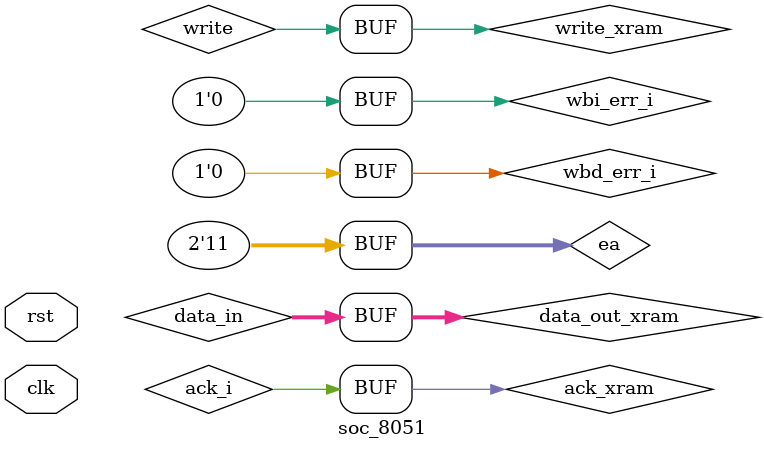
<source format=v>

`include "oc8051_timescale.v"
// synopsys translate_on

`include "oc8051_defines.v"


module soc_8051(rst, clk);


//parameter FREQ  = 20000; // frequency in kHz
//parameter FREQ  = 12000; // frequency in kHz

// parameter DELAY = 50; // 500000/FREQ;

input  rst, clk;
reg  [7:0] p0_in, p1_in, p2_in;
wire [15:0] ext_addr, iadr_o;
wire write, write_xram, write_uart, txd, rxd, int_uart, int0, int1, t0, t1, bit_out, stb_o, ack_i;
wire ack_xram, ack_uart, cyc_o, iack_i, istb_o, icyc_o, t2, t2ex;
wire [7:0] data_in, data_out, p0_out, p1_out, p2_out, p3_out, data_out_uart, data_out_xram, p3_in;
wire wbi_err_i, wbd_err_i;

//`ifdef OC8051_XILINX_RAMB
//  reg  [31:0] idat_i;
//`else
  wire [31:0] idat_i;
//`endif

///
/// buffer for test vectors
///
//
// buffer
reg [23:0] buff [0:255];
wire [0:1] ea = 2'b11;

integer num;

assign wbd_err_i = 1'b0;
assign wbi_err_i = 1'b0;

// external code rom.
wire [15:0] cxrom_addr;
wire [31:0] cxrom_data_out;
/*
oc8051_cxrom oc8051_cxrom1(
        .clk                ( clk            ),
        .rst                ( rst            ),
        .cxrom_addr         ( cxrom_addr     ),
        .cxrom_data_out     ( cxrom_data_out )
);
*/
//
// oc8051 controller
//
oc8051_top oc8051_top_1(.wb_rst_i(rst), .wb_clk_i(clk),
         .int0_i(int0), .int1_i(int1),

         .wbd_dat_i(data_in), .wbd_we_o(write), .wbd_dat_o(data_out),
         .wbd_adr_o(ext_addr), .wbd_err_i(wbd_err_i),
         .wbd_ack_i(ack_i), .wbd_stb_o(stb_o), .wbd_cyc_o(cyc_o),

         .wbi_adr_o(iadr_o), .wbi_stb_o(istb_o), .wbi_ack_i(iack_i),
         .wbi_cyc_o(icyc_o), .wbi_dat_i(idat_i), .wbi_err_i(wbi_err_i),

         .cxrom_addr            ( cxrom_addr     ),
         .cxrom_data_out        ( cxrom_data_out ),

  `ifdef OC8051_PORTS

   `ifdef OC8051_PORT0
         .p0_i(p0_in),
         .p0_o(p0_out),
   `endif

   `ifdef OC8051_PORT1
         .p1_i(p1_in),
         .p1_o(p1_out),
   `endif

   `ifdef OC8051_PORT2
         .p2_i(p2_in),
         .p2_o(p2_out),
   `endif

   `ifdef OC8051_PORT3
         .p3_i(p3_in),
         .p3_o(p3_out),
   `endif
  `endif


   `ifdef OC8051_UART
         .rxd_i(rxd), .txd_o(txd),
   `endif

   `ifdef OC8051_TC01
         .t0_i(t0), .t1_i(t1),
   `endif

   `ifdef OC8051_TC2
         .t2_i(t2), .t2ex_i(t2ex),
   `endif

         .ea_in(ea[0]));


  // termination fsms
  /*
    `ifdef OC8051_PORTS
        wire done, done0, done1, done2, done3;
        assign done = done0 && done1 && done2 && done3;
        // port 0
        `ifdef OC8051_PORT0
            termination_fsm tfsm0(
                .clk        (clk),
                .rst        (rst),
                .pout       (p0_out),
                .finished   (done0)
            );
        `else
            assign done0 = 0;
        `endif
        // port 1
        `ifdef OC8051_PORT1
            termination_fsm tfsm1(
                .clk        (clk),
                .rst        (rst),
                .pout       (p1_out),
                .finished   (done1)
            );
        `else
            assign done1 = 0;
        `endif
        // port 2
        `ifdef OC8051_PORT2
            termination_fsm tfsm2(
                .clk        (clk),
                .rst        (rst),
                .pout       (p2_out),
                .finished   (done2)
            );
        `else
            assign done2 = 0;
        `endif
        // port 3
        `ifdef OC8051_PORT3
            termination_fsm tfsm3(
                .clk        (clk),
                .rst        (rst),
                .pout       (p3_out),
                .finished   (done3)
            );
        `else
            assign done3 = 0;
        `endif
    `else
        wire done = 0;
    `endif

    always @(posedge done)
    begin
        $display("time ",$time, "   Read DONE signal on ports 0-3\n");
        #500 $finish;
    end
    */

//
// external data ram
//
// oc8051_xram oc8051_xram1 (.clk(clk), .rst(rst), .wr(write_xram), .addr(ext_addr), .data_in(data_out), .data_out(data_out_xram), .ack(ack_xram), .stb(stb_o));
oc8051_xiommu oc8051_xiommu1 (.clk(clk), .rst(rst), .proc_wr(write_xram), .proc_addr(ext_addr), .proc_data_in(data_out), .proc_data_out(data_out_xram), .proc_ack(ack_xram), .proc_stb(stb_o));


// defparam oc8051_xiommu1.oc8051_xram_i.DELAY = 2;
/*
`ifdef OC8051_SERIAL

//
// test programs with serial interface
//
oc8051_serial oc8051_serial1(.clk(clk), .rst(rst), .rxd(txd), .txd(rxd));

defparam oc8051_serial1.FREQ  = FREQ;
//defparam oc8051_serial1.BRATE = 9.6;
defparam oc8051_serial1.BRATE = 4.8;


`else

//
// external uart
//
oc8051_uart_test oc8051_uart_test1(.clk(clk), .rst(rst), .addr(ext_addr[7:0]), .wr(write_uart),
                  .wr_bit(p3_out[0]), .data_in(data_out), .data_out(data_out_uart), .bit_out(bit_out), .rxd(txd),
                  .txd(rxd), .ow(p3_out[1]), .intr(int_uart), .stb(stb_o), .ack(ack_uart));


`endif
*/

//
//
//



assign write_xram = write;
assign data_in = data_out_xram;
assign ack_i = ack_xram;
// assign write_xram = p3_out[7] & write;
// assign write_uart = !p3_out[7] & write;
// assign data_in = p3_out[7] ? data_out_xram : data_out_uart;
// assign ack_i = p3_out[7] ? ack_xram : ack_uart;
//assign p3_in = {6'h0, bit_out, int_uart};
//assign t0 = p3_out[5];
//assign t1 = p3_out[6];

//assign int0 = p3_out[3];
//assign int1 = p3_out[4];
//assign t2 = p3_out[5];
//assign t2ex = p3_out[2];
/*
initial begin
  $dumpon;
  $dumpfile("run.vcd");
  $dumpvars(0,oc8051_tb);
  rst= 1'b1;
  p0_in = 8'h00;
  p1_in = 8'h00;
  p2_in = 8'hff;
#2000
  rst = 1'b0;

#6400000
  $display("time ",$time, "\n failure: end of time\n \n");
  $display("");
  $finish;
end
*/
/*
initial
begin
  clk = 0;
  forever #DELAY clk <= ~clk;
end
*/

/*
always @(ext_addr or write or stb_o or data_out)
begin
  if ((ext_addr==16'h0010) & write & stb_o) begin
    if (data_out==8'h7f) begin
      $display("");
      $display("time ",$time, " Passed");
      $display("");
      $finish;

    end else begin
      $display("");
      $display("time ",$time," Error: %h", data_out);
      $display("");
      $finish;
    end
  end
end
*/


endmodule
/*
module termination_fsm(clk, rst, pout, finished);
    input clk;
    input rst;
    input [7:0] pout;
    output finished;

    reg [1:0] state;
    localparam STATE_INIT       = 2'd0;
    localparam STATE_DE_FOUND   = 2'd1;
    localparam STATE_AD_FOUND   = 2'd2;
    localparam STATE_00_FOUND   = 2'd3;

    assign finished = (state == STATE_00_FOUND);

    wire [1:0] state_init_next = (pout == 8'hDE) ? STATE_DE_FOUND : STATE_INIT;
    wire [1:0] state_de_next = (pout == 8'hDE) ? STATE_DE_FOUND :
                               (pout == 8'hAD) ? STATE_AD_FOUND : STATE_INIT;
    wire [1:0] state_ad_next = (pout == 8'hAD) ? STATE_AD_FOUND :
                               (pout == 8'h00) ? STATE_00_FOUND : STATE_INIT;
    wire [1:0] state_00_next = STATE_00_FOUND;

    always @(posedge clk)
    begin
        if (rst) begin
            state <= STATE_INIT;
        end
        else begin
            case (state) 
                STATE_INIT      : state <= state_init_next;
                STATE_DE_FOUND  : state <= state_de_next;
                STATE_AD_FOUND  : state <= state_ad_next;
                STATE_00_FOUND  : state <= state_00_next;
                default         : state <= STATE_INIT;
            endcase
        end
    end
endmodule
*/

</source>
